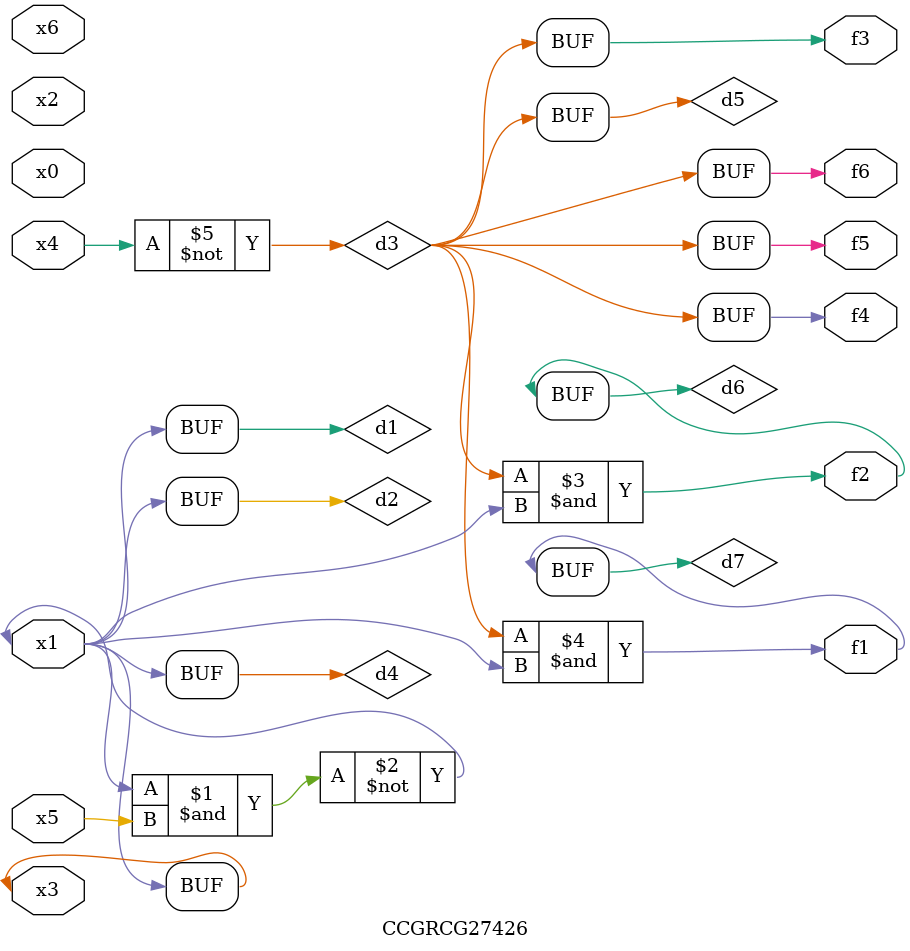
<source format=v>
module CCGRCG27426(
	input x0, x1, x2, x3, x4, x5, x6,
	output f1, f2, f3, f4, f5, f6
);

	wire d1, d2, d3, d4, d5, d6, d7;

	buf (d1, x1, x3);
	nand (d2, x1, x5);
	not (d3, x4);
	buf (d4, d1, d2);
	buf (d5, d3);
	and (d6, d3, d4);
	and (d7, d3, d4);
	assign f1 = d7;
	assign f2 = d6;
	assign f3 = d5;
	assign f4 = d5;
	assign f5 = d5;
	assign f6 = d5;
endmodule

</source>
